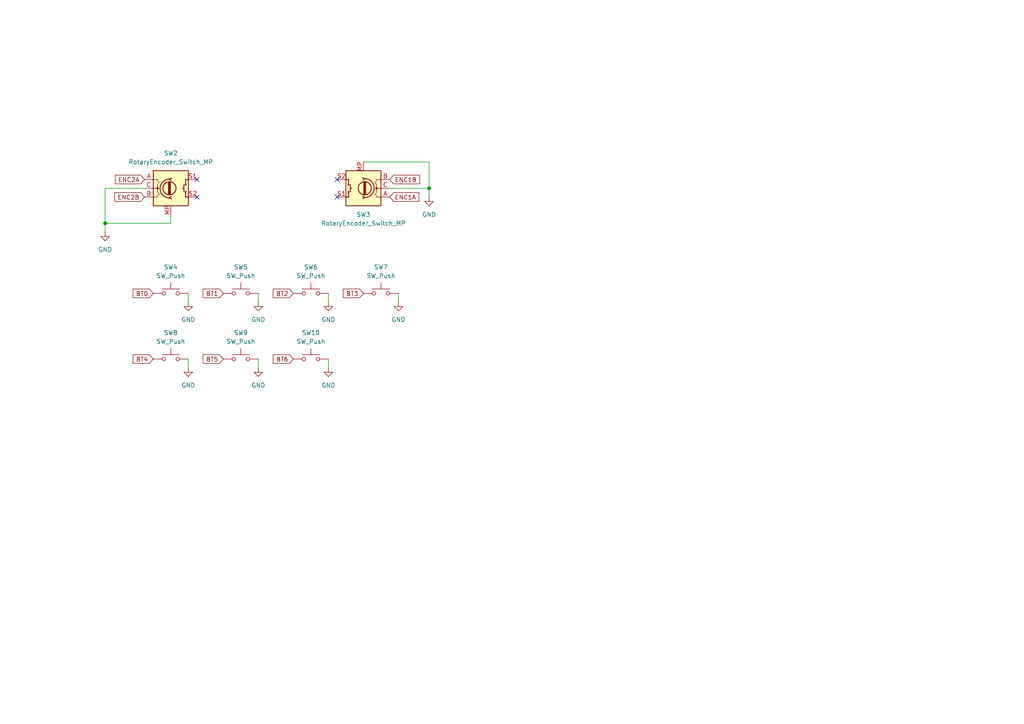
<source format=kicad_sch>
(kicad_sch (version 20231120) (generator "eeschema") (generator_version "8.0")
  (paper "A4")
  (lib_symbols
    (symbol "Device:RotaryEncoder_Switch_MP" (pin_names (offset 0.254) hide)
      (property "Reference" "SW" (at 0 8.89 0))
      (property "Value" "RotaryEncoder_Switch_MP" (at 0 6.35 0))
      (symbol "RotaryEncoder_Switch_MP_0_1"
        (rectangle (start -5.08 5.08) (end 5.08 -5.08) (stroke (width 0.254)) (fill (type background)))
        (circle (center -3.81 0) (radius 0.254) (fill (type outline)))
        (circle (center -0.381 0) (radius 1.905) (stroke (width 0.254)))
        (arc (start -0.381 2.667) (mid -3.0988 -0.0635) (end -0.381 -2.794) (stroke (width 0.254)))
        (polyline (pts (xy -0.635 -1.778) (xy -0.635 1.778)) (stroke (width 0.254)))
        (polyline (pts (xy -0.381 -1.778) (xy -0.381 1.778)) (stroke (width 0.254)))
        (polyline (pts (xy -0.127 1.778) (xy -0.127 -1.778)) (stroke (width 0.254)))
        (polyline (pts (xy 3.81 0) (xy 3.429 0)) (stroke (width 0.254)))
        (polyline (pts (xy 3.81 1.016) (xy 3.81 -1.016)) (stroke (width 0.254)))
        (polyline (pts (xy -5.08 -2.54) (xy -3.81 -2.54) (xy -3.81 -2.032)))
        (polyline (pts (xy -5.08 2.54) (xy -3.81 2.54) (xy -3.81 2.032)))
        (polyline (pts (xy 0.254 -3.048) (xy -0.508 -2.794) (xy 0.127 -2.413)) (stroke (width 0.254)))
        (polyline (pts (xy 0.254 2.921) (xy -0.508 2.667) (xy 0.127 2.286)) (stroke (width 0.254)))
        (polyline (pts (xy 5.08 -2.54) (xy 4.318 -2.54) (xy 4.318 -1.016)) (stroke (width 0.254)))
        (polyline (pts (xy 5.08 2.54) (xy 4.318 2.54) (xy 4.318 1.016)) (stroke (width 0.254)))
        (polyline (pts (xy -5.08 0) (xy -3.81 0) (xy -3.81 -1.016) (xy -3.302 -2.032)))
        (polyline (pts (xy -4.318 0) (xy -3.81 0) (xy -3.81 1.016) (xy -3.302 2.032)))
        (circle (center 4.318 -1.016) (radius 0.127) (stroke (width 0.254)))
        (circle (center 4.318 1.016) (radius 0.127) (stroke (width 0.254)))
      )
      (symbol "RotaryEncoder_Switch_MP_1_1"
        (pin passive line (at -7.62 2.54 0) (length 2.54) (name "A") (number "A"))
        (pin passive line (at -7.62 -2.54 0) (length 2.54) (name "B") (number "B"))
        (pin passive line (at -7.62 0 0) (length 2.54) (name "C") (number "C"))
        (pin passive line (at 0 -7.62 90) (length 2.54) (name "MP") (number "MP"))
        (pin passive line (at 7.62 2.54 180) (length 2.54) (name "S1") (number "S1"))
        (pin passive line (at 7.62 -2.54 180) (length 2.54) (name "S2") (number "S2"))
      )
    )
    (symbol "Switch:SW_Push" (pin_numbers hide) (pin_names (offset 1.016) hide)
      (property "Reference" "SW" (at 1.27 2.54 0))
      (property "Value" "SW_Push" (at 0 -1.524 0))
      (symbol "SW_Push_0_1"
        (circle (center -2.032 0) (radius 0.508))
        (polyline (pts (xy 0 1.27) (xy 0 3.048)))
        (polyline (pts (xy 2.54 1.27) (xy -2.54 1.27)))
        (circle (center 2.032 0) (radius 0.508))
        (pin passive line (at -5.08 0 0) (length 2.54) (name "1") (number "1"))
        (pin passive line (at 5.08 0 180) (length 2.54) (name "2") (number "2"))
      )
    )
    (symbol "power:GND" (power) (pin_numbers hide) (pin_names (offset 0) hide)
      (property "Value" "GND" (at 0 -3.81 0))
      (symbol "GND_0_1"
        (polyline (pts (xy 0 0) (xy 0 -1.27) (xy 1.27 -1.27) (xy 0 -2.54) (xy -1.27 -1.27) (xy 0 -1.27)))
      )
      (symbol "GND_1_1"
        (pin power_in line (at 0 0 270) (length 0) (name "~") (number "1"))
      )
    )
  )
  (junction (at 30.48 64.77))
  (junction (at 124.46 54.61))
  (no_connect (at 97.79 57.15))
  (no_connect (at 97.79 52.07))
  (no_connect (at 57.15 57.15))
  (no_connect (at 57.15 52.07))
  (wire (pts (xy 95.25 85.09) (xy 95.25 87.63)))
  (wire (pts (xy 74.93 104.14) (xy 74.93 106.68)))
  (wire (pts (xy 105.41 46.99) (xy 124.46 46.99)))
  (wire (pts (xy 113.03 54.61) (xy 124.46 54.61)))
  (wire (pts (xy 124.46 46.99) (xy 124.46 54.61)))
  (wire (pts (xy 30.48 54.61) (xy 41.91 54.61)))
  (wire (pts (xy 54.61 85.09) (xy 54.61 87.63)))
  (wire (pts (xy 95.25 104.14) (xy 95.25 106.68)))
  (wire (pts (xy 30.48 64.77) (xy 30.48 54.61)))
  (wire (pts (xy 74.93 85.09) (xy 74.93 87.63)))
  (wire (pts (xy 124.46 54.61) (xy 124.46 57.15)))
  (wire (pts (xy 49.53 62.23) (xy 49.53 64.77)))
  (wire (pts (xy 115.57 85.09) (xy 115.57 87.63)))
  (wire (pts (xy 30.48 64.77) (xy 49.53 64.77)))
  (wire (pts (xy 30.48 64.77) (xy 30.48 67.31)))
  (wire (pts (xy 54.61 104.14) (xy 54.61 106.68)))
  (global_label "ENC2A" (shape input) (at 41.91 52.07 180) (property "Intersheetrefs" "${INTERSHEET_REFS}" (effects (hide yes))))
  (global_label "BT2" (shape input) (at 85.09 85.09 180) (property "Intersheetrefs" "${INTERSHEET_REFS}" (effects (hide yes))))
  (global_label "BT0" (shape input) (at 44.45 85.09 180) (property "Intersheetrefs" "${INTERSHEET_REFS}" (effects (hide yes))))
  (global_label "BT4" (shape input) (at 44.45 104.14 180) (property "Intersheetrefs" "${INTERSHEET_REFS}" (effects (hide yes))))
  (global_label "ENC1A" (shape input) (at 113.03 57.15 0) (property "Intersheetrefs" "${INTERSHEET_REFS}" (effects (hide yes))))
  (global_label "ENC2B" (shape input) (at 41.91 57.15 180) (property "Intersheetrefs" "${INTERSHEET_REFS}" (effects (hide yes))))
  (global_label "BT6" (shape input) (at 85.09 104.14 180) (property "Intersheetrefs" "${INTERSHEET_REFS}" (effects (hide yes))))
  (global_label "BT5" (shape input) (at 64.77 104.14 180) (property "Intersheetrefs" "${INTERSHEET_REFS}" (effects (hide yes))))
  (global_label "BT1" (shape input) (at 64.77 85.09 180) (property "Intersheetrefs" "${INTERSHEET_REFS}" (effects (hide yes))))
  (global_label "BT3" (shape input) (at 105.41 85.09 180) (property "Intersheetrefs" "${INTERSHEET_REFS}" (effects (hide yes))))
  (global_label "ENC1B" (shape input) (at 113.03 52.07 0) (property "Intersheetrefs" "${INTERSHEET_REFS}" (effects (hide yes))))
  (symbol (lib_id "power:GND") (at 95.25 87.63 0) (unit 1)
    (property "Reference" "#PWR039" (effects (hide yes)))
    (property "Value" "GND" (at 95.25 92.71 0))
    (property "Description" "Power symbol creates a global label with name \"GND\" , ground" (effects (hide yes)))
  )
  (symbol (lib_id "power:GND") (at 95.25 106.68 0) (unit 1)
    (property "Reference" "#PWR043" (effects (hide yes)))
    (property "Value" "GND" (at 95.25 111.76 0))
    (property "Description" "Power symbol creates a global label with name \"GND\" , ground" (effects (hide yes)))
  )
  (symbol (lib_id "power:GND") (at 124.46 57.15 0) (unit 1)
    (property "Reference" "#PWR035" (effects (hide yes)))
    (property "Value" "GND" (at 124.46 62.23 0))
    (property "Description" "Power symbol creates a global label with name \"GND\" , ground" (effects (hide yes)))
  )
  (symbol (lib_id "Switch:SW_Push") (at 49.53 85.09 0) (unit 1)
    (property "Reference" "SW4" (at 49.53 77.47 0))
    (property "Value" "SW_Push" (at 49.53 80.01 0))
    (property "Footprint" "PCM_Switch_Keyboard_Hotswap_Kailh:SW_Hotswap_Kailh_MX_1.50u" (effects (hide yes)))
    (property "Description" "Push button switch, generic, two pins" (effects (hide yes)))
  )
  (symbol (lib_id "power:GND") (at 115.57 87.63 0) (unit 1)
    (property "Reference" "#PWR040" (effects (hide yes)))
    (property "Value" "GND" (at 115.57 92.71 0))
    (property "Description" "Power symbol creates a global label with name \"GND\" , ground" (effects (hide yes)))
  )
  (symbol (lib_id "Switch:SW_Push") (at 69.85 85.09 0) (unit 1)
    (property "Reference" "SW5" (at 69.85 77.47 0))
    (property "Value" "SW_Push" (at 69.85 80.01 0))
    (property "Footprint" "PCM_Switch_Keyboard_Hotswap_Kailh:SW_Hotswap_Kailh_MX_1.50u" (effects (hide yes)))
    (property "Description" "Push button switch, generic, two pins" (effects (hide yes)))
  )
  (symbol (lib_id "power:GND") (at 54.61 106.68 0) (unit 1)
    (property "Reference" "#PWR041" (effects (hide yes)))
    (property "Value" "GND" (at 54.61 111.76 0))
    (property "Description" "Power symbol creates a global label with name \"GND\" , ground" (effects (hide yes)))
  )
  (symbol (lib_id "power:GND") (at 74.93 87.63 0) (unit 1)
    (property "Reference" "#PWR038" (effects (hide yes)))
    (property "Value" "GND" (at 74.93 92.71 0))
    (property "Description" "Power symbol creates a global label with name \"GND\" , ground" (effects (hide yes)))
  )
  (symbol (lib_id "Switch:SW_Push") (at 90.17 104.14 0) (unit 1)
    (property "Reference" "SW10" (at 90.17 96.52 0))
    (property "Value" "SW_Push" (at 90.17 99.06 0))
    (property "Footprint" "PCM_Switch_Keyboard_Hotswap_Kailh:SW_Hotswap_Kailh_MX_2.25u" (effects (hide yes)))
    (property "Description" "Push button switch, generic, two pins" (effects (hide yes)))
  )
  (symbol (lib_id "Switch:SW_Push") (at 49.53 104.14 0) (unit 1)
    (property "Reference" "SW8" (at 49.53 96.52 0))
    (property "Value" "SW_Push" (at 49.53 99.06 0))
    (property "Footprint" "PCM_Switch_Keyboard_Hotswap_Kailh:SW_Hotswap_Kailh_MX_2.25u" (effects (hide yes)))
    (property "Description" "Push button switch, generic, two pins" (effects (hide yes)))
  )
  (symbol (lib_id "Device:RotaryEncoder_Switch_MP") (at 105.41 54.61 180) (unit 1)
    (property "Reference" "SW3" (at 105.41 62.23 0))
    (property "Value" "RotaryEncoder_Switch_MP" (at 105.41 64.77 0))
    (property "Footprint" "Rotary_Encoder:RotaryEncoder_Alps_EC11E-Switch_Vertical_H20mm" (effects (hide yes)))
    (property "Description" "Rotary encoder, dual channel, incremental quadrate outputs, with switch and MP Pin" (effects (hide yes)))
  )
  (symbol (lib_id "power:GND") (at 54.61 87.63 0) (unit 1)
    (property "Reference" "#PWR037" (effects (hide yes)))
    (property "Value" "GND" (at 54.61 92.71 0))
    (property "Description" "Power symbol creates a global label with name \"GND\" , ground" (effects (hide yes)))
  )
  (symbol (lib_id "Switch:SW_Push") (at 90.17 85.09 0) (unit 1)
    (property "Reference" "SW6" (at 90.17 77.47 0))
    (property "Value" "SW_Push" (at 90.17 80.01 0))
    (property "Footprint" "PCM_Switch_Keyboard_Hotswap_Kailh:SW_Hotswap_Kailh_MX_1.50u" (effects (hide yes)))
    (property "Description" "Push button switch, generic, two pins" (effects (hide yes)))
  )
  (symbol (lib_id "Device:RotaryEncoder_Switch_MP") (at 49.53 54.61 0) (unit 1)
    (property "Reference" "SW2" (at 49.53 44.45 0))
    (property "Value" "RotaryEncoder_Switch_MP" (at 49.53 46.99 0))
    (property "Footprint" "Rotary_Encoder:RotaryEncoder_Alps_EC11E-Switch_Vertical_H20mm" (effects (hide yes)))
    (property "Description" "Rotary encoder, dual channel, incremental quadrate outputs, with switch and MP Pin" (effects (hide yes)))
  )
  (symbol (lib_id "power:GND") (at 30.48 67.31 0) (unit 1)
    (property "Reference" "#PWR034" (effects (hide yes)))
    (property "Value" "GND" (at 30.48 72.39 0))
    (property "Description" "Power symbol creates a global label with name \"GND\" , ground" (effects (hide yes)))
  )
  (symbol (lib_id "Switch:SW_Push") (at 69.85 104.14 0) (unit 1)
    (property "Reference" "SW9" (at 69.85 96.52 0))
    (property "Value" "SW_Push" (at 69.85 99.06 0))
    (property "Footprint" "PCM_Switch_Keyboard_Hotswap_Kailh:SW_Hotswap_Kailh_MX_1.00u" (effects (hide yes)))
    (property "Description" "Push button switch, generic, two pins" (effects (hide yes)))
  )
  (symbol (lib_id "Switch:SW_Push") (at 110.49 85.09 0) (unit 1)
    (property "Reference" "SW7" (at 110.49 77.47 0))
    (property "Value" "SW_Push" (at 110.49 80.01 0))
    (property "Footprint" "PCM_Switch_Keyboard_Hotswap_Kailh:SW_Hotswap_Kailh_MX_1.50u" (effects (hide yes)))
    (property "Description" "Push button switch, generic, two pins" (effects (hide yes)))
  )
  (symbol (lib_id "power:GND") (at 74.93 106.68 0) (unit 1)
    (property "Reference" "#PWR042" (effects (hide yes)))
    (property "Value" "GND" (at 74.93 111.76 0))
    (property "Description" "Power symbol creates a global label with name \"GND\" , ground" (effects (hide yes)))
  )
)
</source>
